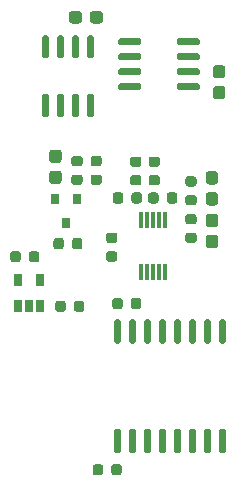
<source format=gbr>
%TF.GenerationSoftware,KiCad,Pcbnew,(5.1.10)-1*%
%TF.CreationDate,2021-07-01T21:18:45-05:00*%
%TF.ProjectId,orpMeter,6f72704d-6574-4657-922e-6b696361645f,A0*%
%TF.SameCoordinates,Original*%
%TF.FileFunction,Paste,Top*%
%TF.FilePolarity,Positive*%
%FSLAX46Y46*%
G04 Gerber Fmt 4.6, Leading zero omitted, Abs format (unit mm)*
G04 Created by KiCad (PCBNEW (5.1.10)-1) date 2021-07-01 21:18:45*
%MOMM*%
%LPD*%
G01*
G04 APERTURE LIST*
%ADD10R,0.300000X1.400000*%
%ADD11R,0.800000X0.900000*%
%ADD12R,0.650000X1.060000*%
G04 APERTURE END LIST*
%TO.C,C1*%
G36*
G01*
X147931850Y-118065000D02*
X147419350Y-118065000D01*
G75*
G02*
X147200600Y-117846250I0J218750D01*
G01*
X147200600Y-117408750D01*
G75*
G02*
X147419350Y-117190000I218750J0D01*
G01*
X147931850Y-117190000D01*
G75*
G02*
X148150600Y-117408750I0J-218750D01*
G01*
X148150600Y-117846250D01*
G75*
G02*
X147931850Y-118065000I-218750J0D01*
G01*
G37*
G36*
G01*
X147931850Y-116490000D02*
X147419350Y-116490000D01*
G75*
G02*
X147200600Y-116271250I0J218750D01*
G01*
X147200600Y-115833750D01*
G75*
G02*
X147419350Y-115615000I218750J0D01*
G01*
X147931850Y-115615000D01*
G75*
G02*
X148150600Y-115833750I0J-218750D01*
G01*
X148150600Y-116271250D01*
G75*
G02*
X147931850Y-116490000I-218750J0D01*
G01*
G37*
%TD*%
%TO.C,C3*%
G36*
G01*
X147419350Y-120390400D02*
X147931850Y-120390400D01*
G75*
G02*
X148150600Y-120609150I0J-218750D01*
G01*
X148150600Y-121046650D01*
G75*
G02*
X147931850Y-121265400I-218750J0D01*
G01*
X147419350Y-121265400D01*
G75*
G02*
X147200600Y-121046650I0J218750D01*
G01*
X147200600Y-120609150D01*
G75*
G02*
X147419350Y-120390400I218750J0D01*
G01*
G37*
G36*
G01*
X147419350Y-118815400D02*
X147931850Y-118815400D01*
G75*
G02*
X148150600Y-119034150I0J-218750D01*
G01*
X148150600Y-119471650D01*
G75*
G02*
X147931850Y-119690400I-218750J0D01*
G01*
X147419350Y-119690400D01*
G75*
G02*
X147200600Y-119471650I0J218750D01*
G01*
X147200600Y-119034150D01*
G75*
G02*
X147419350Y-118815400I218750J0D01*
G01*
G37*
%TD*%
%TO.C,C5*%
G36*
G01*
X144063000Y-117705850D02*
X144063000Y-117193350D01*
G75*
G02*
X144281750Y-116974600I218750J0D01*
G01*
X144719250Y-116974600D01*
G75*
G02*
X144938000Y-117193350I0J-218750D01*
G01*
X144938000Y-117705850D01*
G75*
G02*
X144719250Y-117924600I-218750J0D01*
G01*
X144281750Y-117924600D01*
G75*
G02*
X144063000Y-117705850I0J218750D01*
G01*
G37*
G36*
G01*
X145638000Y-117705850D02*
X145638000Y-117193350D01*
G75*
G02*
X145856750Y-116974600I218750J0D01*
G01*
X146294250Y-116974600D01*
G75*
G02*
X146513000Y-117193350I0J-218750D01*
G01*
X146513000Y-117705850D01*
G75*
G02*
X146294250Y-117924600I-218750J0D01*
G01*
X145856750Y-117924600D01*
G75*
G02*
X145638000Y-117705850I0J218750D01*
G01*
G37*
%TD*%
%TO.C,C6*%
G36*
G01*
X141940800Y-117193350D02*
X141940800Y-117705850D01*
G75*
G02*
X141722050Y-117924600I-218750J0D01*
G01*
X141284550Y-117924600D01*
G75*
G02*
X141065800Y-117705850I0J218750D01*
G01*
X141065800Y-117193350D01*
G75*
G02*
X141284550Y-116974600I218750J0D01*
G01*
X141722050Y-116974600D01*
G75*
G02*
X141940800Y-117193350I0J-218750D01*
G01*
G37*
G36*
G01*
X143515800Y-117193350D02*
X143515800Y-117705850D01*
G75*
G02*
X143297050Y-117924600I-218750J0D01*
G01*
X142859550Y-117924600D01*
G75*
G02*
X142640800Y-117705850I0J218750D01*
G01*
X142640800Y-117193350D01*
G75*
G02*
X142859550Y-116974600I218750J0D01*
G01*
X143297050Y-116974600D01*
G75*
G02*
X143515800Y-117193350I0J-218750D01*
G01*
G37*
%TD*%
%TO.C,C7*%
G36*
G01*
X149788199Y-106195200D02*
X150338201Y-106195200D01*
G75*
G02*
X150588200Y-106445199I0J-249999D01*
G01*
X150588200Y-107070201D01*
G75*
G02*
X150338201Y-107320200I-249999J0D01*
G01*
X149788199Y-107320200D01*
G75*
G02*
X149538200Y-107070201I0J249999D01*
G01*
X149538200Y-106445199D01*
G75*
G02*
X149788199Y-106195200I249999J0D01*
G01*
G37*
G36*
G01*
X149788199Y-107970200D02*
X150338201Y-107970200D01*
G75*
G02*
X150588200Y-108220199I0J-249999D01*
G01*
X150588200Y-108845201D01*
G75*
G02*
X150338201Y-109095200I-249999J0D01*
G01*
X149788199Y-109095200D01*
G75*
G02*
X149538200Y-108845201I0J249999D01*
G01*
X149538200Y-108220199D01*
G75*
G02*
X149788199Y-107970200I249999J0D01*
G01*
G37*
%TD*%
%TO.C,C8*%
G36*
G01*
X139110600Y-102433801D02*
X139110600Y-101883799D01*
G75*
G02*
X139360599Y-101633800I249999J0D01*
G01*
X139985601Y-101633800D01*
G75*
G02*
X140235600Y-101883799I0J-249999D01*
G01*
X140235600Y-102433801D01*
G75*
G02*
X139985601Y-102683800I-249999J0D01*
G01*
X139360599Y-102683800D01*
G75*
G02*
X139110600Y-102433801I0J249999D01*
G01*
G37*
G36*
G01*
X137335600Y-102433801D02*
X137335600Y-101883799D01*
G75*
G02*
X137585599Y-101633800I249999J0D01*
G01*
X138210601Y-101633800D01*
G75*
G02*
X138460600Y-101883799I0J-249999D01*
G01*
X138460600Y-102433801D01*
G75*
G02*
X138210601Y-102683800I-249999J0D01*
G01*
X137585599Y-102683800D01*
G75*
G02*
X137335600Y-102433801I0J249999D01*
G01*
G37*
%TD*%
%TO.C,C9*%
G36*
G01*
X141015000Y-126646650D02*
X141015000Y-126134150D01*
G75*
G02*
X141233750Y-125915400I218750J0D01*
G01*
X141671250Y-125915400D01*
G75*
G02*
X141890000Y-126134150I0J-218750D01*
G01*
X141890000Y-126646650D01*
G75*
G02*
X141671250Y-126865400I-218750J0D01*
G01*
X141233750Y-126865400D01*
G75*
G02*
X141015000Y-126646650I0J218750D01*
G01*
G37*
G36*
G01*
X142590000Y-126646650D02*
X142590000Y-126134150D01*
G75*
G02*
X142808750Y-125915400I218750J0D01*
G01*
X143246250Y-125915400D01*
G75*
G02*
X143465000Y-126134150I0J-218750D01*
G01*
X143465000Y-126646650D01*
G75*
G02*
X143246250Y-126865400I-218750J0D01*
G01*
X142808750Y-126865400D01*
G75*
G02*
X142590000Y-126646650I0J218750D01*
G01*
G37*
%TD*%
%TO.C,C10*%
G36*
G01*
X141814000Y-140205750D02*
X141814000Y-140718250D01*
G75*
G02*
X141595250Y-140937000I-218750J0D01*
G01*
X141157750Y-140937000D01*
G75*
G02*
X140939000Y-140718250I0J218750D01*
G01*
X140939000Y-140205750D01*
G75*
G02*
X141157750Y-139987000I218750J0D01*
G01*
X141595250Y-139987000D01*
G75*
G02*
X141814000Y-140205750I0J-218750D01*
G01*
G37*
G36*
G01*
X140239000Y-140205750D02*
X140239000Y-140718250D01*
G75*
G02*
X140020250Y-140937000I-218750J0D01*
G01*
X139582750Y-140937000D01*
G75*
G02*
X139364000Y-140718250I0J218750D01*
G01*
X139364000Y-140205750D01*
G75*
G02*
X139582750Y-139987000I218750J0D01*
G01*
X140020250Y-139987000D01*
G75*
G02*
X140239000Y-140205750I0J-218750D01*
G01*
G37*
%TD*%
%TO.C,C11*%
G36*
G01*
X136469801Y-116258000D02*
X135919799Y-116258000D01*
G75*
G02*
X135669800Y-116008001I0J249999D01*
G01*
X135669800Y-115382999D01*
G75*
G02*
X135919799Y-115133000I249999J0D01*
G01*
X136469801Y-115133000D01*
G75*
G02*
X136719800Y-115382999I0J-249999D01*
G01*
X136719800Y-116008001D01*
G75*
G02*
X136469801Y-116258000I-249999J0D01*
G01*
G37*
G36*
G01*
X136469801Y-114483000D02*
X135919799Y-114483000D01*
G75*
G02*
X135669800Y-114233001I0J249999D01*
G01*
X135669800Y-113607999D01*
G75*
G02*
X135919799Y-113358000I249999J0D01*
G01*
X136469801Y-113358000D01*
G75*
G02*
X136719800Y-113607999I0J-249999D01*
G01*
X136719800Y-114233001D01*
G75*
G02*
X136469801Y-114483000I-249999J0D01*
G01*
G37*
%TD*%
%TO.C,R1*%
G36*
G01*
X140713750Y-120390200D02*
X141226250Y-120390200D01*
G75*
G02*
X141445000Y-120608950I0J-218750D01*
G01*
X141445000Y-121046450D01*
G75*
G02*
X141226250Y-121265200I-218750J0D01*
G01*
X140713750Y-121265200D01*
G75*
G02*
X140495000Y-121046450I0J218750D01*
G01*
X140495000Y-120608950D01*
G75*
G02*
X140713750Y-120390200I218750J0D01*
G01*
G37*
G36*
G01*
X140713750Y-121965200D02*
X141226250Y-121965200D01*
G75*
G02*
X141445000Y-122183950I0J-218750D01*
G01*
X141445000Y-122621450D01*
G75*
G02*
X141226250Y-122840200I-218750J0D01*
G01*
X140713750Y-122840200D01*
G75*
G02*
X140495000Y-122621450I0J218750D01*
G01*
X140495000Y-122183950D01*
G75*
G02*
X140713750Y-121965200I218750J0D01*
G01*
G37*
%TD*%
%TO.C,R2*%
G36*
G01*
X144833050Y-114813600D02*
X144320550Y-114813600D01*
G75*
G02*
X144101800Y-114594850I0J218750D01*
G01*
X144101800Y-114157350D01*
G75*
G02*
X144320550Y-113938600I218750J0D01*
G01*
X144833050Y-113938600D01*
G75*
G02*
X145051800Y-114157350I0J-218750D01*
G01*
X145051800Y-114594850D01*
G75*
G02*
X144833050Y-114813600I-218750J0D01*
G01*
G37*
G36*
G01*
X144833050Y-116388600D02*
X144320550Y-116388600D01*
G75*
G02*
X144101800Y-116169850I0J218750D01*
G01*
X144101800Y-115732350D01*
G75*
G02*
X144320550Y-115513600I218750J0D01*
G01*
X144833050Y-115513600D01*
G75*
G02*
X145051800Y-115732350I0J-218750D01*
G01*
X145051800Y-116169850D01*
G75*
G02*
X144833050Y-116388600I-218750J0D01*
G01*
G37*
%TD*%
%TO.C,R3*%
G36*
G01*
X143258250Y-116388600D02*
X142745750Y-116388600D01*
G75*
G02*
X142527000Y-116169850I0J218750D01*
G01*
X142527000Y-115732350D01*
G75*
G02*
X142745750Y-115513600I218750J0D01*
G01*
X143258250Y-115513600D01*
G75*
G02*
X143477000Y-115732350I0J-218750D01*
G01*
X143477000Y-116169850D01*
G75*
G02*
X143258250Y-116388600I-218750J0D01*
G01*
G37*
G36*
G01*
X143258250Y-114813600D02*
X142745750Y-114813600D01*
G75*
G02*
X142527000Y-114594850I0J218750D01*
G01*
X142527000Y-114157350D01*
G75*
G02*
X142745750Y-113938600I218750J0D01*
G01*
X143258250Y-113938600D01*
G75*
G02*
X143477000Y-114157350I0J-218750D01*
G01*
X143477000Y-114594850D01*
G75*
G02*
X143258250Y-114813600I-218750J0D01*
G01*
G37*
%TD*%
%TO.C,R4*%
G36*
G01*
X136036600Y-121566650D02*
X136036600Y-121054150D01*
G75*
G02*
X136255350Y-120835400I218750J0D01*
G01*
X136692850Y-120835400D01*
G75*
G02*
X136911600Y-121054150I0J-218750D01*
G01*
X136911600Y-121566650D01*
G75*
G02*
X136692850Y-121785400I-218750J0D01*
G01*
X136255350Y-121785400D01*
G75*
G02*
X136036600Y-121566650I0J218750D01*
G01*
G37*
G36*
G01*
X137611600Y-121566650D02*
X137611600Y-121054150D01*
G75*
G02*
X137830350Y-120835400I218750J0D01*
G01*
X138267850Y-120835400D01*
G75*
G02*
X138486600Y-121054150I0J-218750D01*
G01*
X138486600Y-121566650D01*
G75*
G02*
X138267850Y-121785400I-218750J0D01*
G01*
X137830350Y-121785400D01*
G75*
G02*
X137611600Y-121566650I0J218750D01*
G01*
G37*
%TD*%
%TO.C,R5*%
G36*
G01*
X138279850Y-116337800D02*
X137767350Y-116337800D01*
G75*
G02*
X137548600Y-116119050I0J218750D01*
G01*
X137548600Y-115681550D01*
G75*
G02*
X137767350Y-115462800I218750J0D01*
G01*
X138279850Y-115462800D01*
G75*
G02*
X138498600Y-115681550I0J-218750D01*
G01*
X138498600Y-116119050D01*
G75*
G02*
X138279850Y-116337800I-218750J0D01*
G01*
G37*
G36*
G01*
X138279850Y-114762800D02*
X137767350Y-114762800D01*
G75*
G02*
X137548600Y-114544050I0J218750D01*
G01*
X137548600Y-114106550D01*
G75*
G02*
X137767350Y-113887800I218750J0D01*
G01*
X138279850Y-113887800D01*
G75*
G02*
X138498600Y-114106550I0J-218750D01*
G01*
X138498600Y-114544050D01*
G75*
G02*
X138279850Y-114762800I-218750J0D01*
G01*
G37*
%TD*%
%TO.C,R6*%
G36*
G01*
X139392950Y-115462800D02*
X139905450Y-115462800D01*
G75*
G02*
X140124200Y-115681550I0J-218750D01*
G01*
X140124200Y-116119050D01*
G75*
G02*
X139905450Y-116337800I-218750J0D01*
G01*
X139392950Y-116337800D01*
G75*
G02*
X139174200Y-116119050I0J218750D01*
G01*
X139174200Y-115681550D01*
G75*
G02*
X139392950Y-115462800I218750J0D01*
G01*
G37*
G36*
G01*
X139392950Y-113887800D02*
X139905450Y-113887800D01*
G75*
G02*
X140124200Y-114106550I0J-218750D01*
G01*
X140124200Y-114544050D01*
G75*
G02*
X139905450Y-114762800I-218750J0D01*
G01*
X139392950Y-114762800D01*
G75*
G02*
X139174200Y-114544050I0J218750D01*
G01*
X139174200Y-114106550D01*
G75*
G02*
X139392950Y-113887800I218750J0D01*
G01*
G37*
%TD*%
D10*
%TO.C,U1*%
X145475200Y-119313600D03*
X144975200Y-119313600D03*
X144475200Y-119313600D03*
X143975200Y-119313600D03*
X143475200Y-119313600D03*
X143475200Y-123713600D03*
X143975200Y-123713600D03*
X144475200Y-123713600D03*
X144975200Y-123713600D03*
X145475200Y-123713600D03*
%TD*%
%TO.C,U2*%
G36*
G01*
X146483200Y-104366200D02*
X146483200Y-104066200D01*
G75*
G02*
X146633200Y-103916200I150000J0D01*
G01*
X148283200Y-103916200D01*
G75*
G02*
X148433200Y-104066200I0J-150000D01*
G01*
X148433200Y-104366200D01*
G75*
G02*
X148283200Y-104516200I-150000J0D01*
G01*
X146633200Y-104516200D01*
G75*
G02*
X146483200Y-104366200I0J150000D01*
G01*
G37*
G36*
G01*
X146483200Y-105636200D02*
X146483200Y-105336200D01*
G75*
G02*
X146633200Y-105186200I150000J0D01*
G01*
X148283200Y-105186200D01*
G75*
G02*
X148433200Y-105336200I0J-150000D01*
G01*
X148433200Y-105636200D01*
G75*
G02*
X148283200Y-105786200I-150000J0D01*
G01*
X146633200Y-105786200D01*
G75*
G02*
X146483200Y-105636200I0J150000D01*
G01*
G37*
G36*
G01*
X146483200Y-106906200D02*
X146483200Y-106606200D01*
G75*
G02*
X146633200Y-106456200I150000J0D01*
G01*
X148283200Y-106456200D01*
G75*
G02*
X148433200Y-106606200I0J-150000D01*
G01*
X148433200Y-106906200D01*
G75*
G02*
X148283200Y-107056200I-150000J0D01*
G01*
X146633200Y-107056200D01*
G75*
G02*
X146483200Y-106906200I0J150000D01*
G01*
G37*
G36*
G01*
X146483200Y-108176200D02*
X146483200Y-107876200D01*
G75*
G02*
X146633200Y-107726200I150000J0D01*
G01*
X148283200Y-107726200D01*
G75*
G02*
X148433200Y-107876200I0J-150000D01*
G01*
X148433200Y-108176200D01*
G75*
G02*
X148283200Y-108326200I-150000J0D01*
G01*
X146633200Y-108326200D01*
G75*
G02*
X146483200Y-108176200I0J150000D01*
G01*
G37*
G36*
G01*
X141533200Y-108176200D02*
X141533200Y-107876200D01*
G75*
G02*
X141683200Y-107726200I150000J0D01*
G01*
X143333200Y-107726200D01*
G75*
G02*
X143483200Y-107876200I0J-150000D01*
G01*
X143483200Y-108176200D01*
G75*
G02*
X143333200Y-108326200I-150000J0D01*
G01*
X141683200Y-108326200D01*
G75*
G02*
X141533200Y-108176200I0J150000D01*
G01*
G37*
G36*
G01*
X141533200Y-106906200D02*
X141533200Y-106606200D01*
G75*
G02*
X141683200Y-106456200I150000J0D01*
G01*
X143333200Y-106456200D01*
G75*
G02*
X143483200Y-106606200I0J-150000D01*
G01*
X143483200Y-106906200D01*
G75*
G02*
X143333200Y-107056200I-150000J0D01*
G01*
X141683200Y-107056200D01*
G75*
G02*
X141533200Y-106906200I0J150000D01*
G01*
G37*
G36*
G01*
X141533200Y-105636200D02*
X141533200Y-105336200D01*
G75*
G02*
X141683200Y-105186200I150000J0D01*
G01*
X143333200Y-105186200D01*
G75*
G02*
X143483200Y-105336200I0J-150000D01*
G01*
X143483200Y-105636200D01*
G75*
G02*
X143333200Y-105786200I-150000J0D01*
G01*
X141683200Y-105786200D01*
G75*
G02*
X141533200Y-105636200I0J150000D01*
G01*
G37*
G36*
G01*
X141533200Y-104366200D02*
X141533200Y-104066200D01*
G75*
G02*
X141683200Y-103916200I150000J0D01*
G01*
X143333200Y-103916200D01*
G75*
G02*
X143483200Y-104066200I0J-150000D01*
G01*
X143483200Y-104366200D01*
G75*
G02*
X143333200Y-104516200I-150000J0D01*
G01*
X141683200Y-104516200D01*
G75*
G02*
X141533200Y-104366200I0J150000D01*
G01*
G37*
%TD*%
%TO.C,U3*%
G36*
G01*
X135506600Y-110587200D02*
X135206600Y-110587200D01*
G75*
G02*
X135056600Y-110437200I0J150000D01*
G01*
X135056600Y-108787200D01*
G75*
G02*
X135206600Y-108637200I150000J0D01*
G01*
X135506600Y-108637200D01*
G75*
G02*
X135656600Y-108787200I0J-150000D01*
G01*
X135656600Y-110437200D01*
G75*
G02*
X135506600Y-110587200I-150000J0D01*
G01*
G37*
G36*
G01*
X136776600Y-110587200D02*
X136476600Y-110587200D01*
G75*
G02*
X136326600Y-110437200I0J150000D01*
G01*
X136326600Y-108787200D01*
G75*
G02*
X136476600Y-108637200I150000J0D01*
G01*
X136776600Y-108637200D01*
G75*
G02*
X136926600Y-108787200I0J-150000D01*
G01*
X136926600Y-110437200D01*
G75*
G02*
X136776600Y-110587200I-150000J0D01*
G01*
G37*
G36*
G01*
X138046600Y-110587200D02*
X137746600Y-110587200D01*
G75*
G02*
X137596600Y-110437200I0J150000D01*
G01*
X137596600Y-108787200D01*
G75*
G02*
X137746600Y-108637200I150000J0D01*
G01*
X138046600Y-108637200D01*
G75*
G02*
X138196600Y-108787200I0J-150000D01*
G01*
X138196600Y-110437200D01*
G75*
G02*
X138046600Y-110587200I-150000J0D01*
G01*
G37*
G36*
G01*
X139316600Y-110587200D02*
X139016600Y-110587200D01*
G75*
G02*
X138866600Y-110437200I0J150000D01*
G01*
X138866600Y-108787200D01*
G75*
G02*
X139016600Y-108637200I150000J0D01*
G01*
X139316600Y-108637200D01*
G75*
G02*
X139466600Y-108787200I0J-150000D01*
G01*
X139466600Y-110437200D01*
G75*
G02*
X139316600Y-110587200I-150000J0D01*
G01*
G37*
G36*
G01*
X139316600Y-105637200D02*
X139016600Y-105637200D01*
G75*
G02*
X138866600Y-105487200I0J150000D01*
G01*
X138866600Y-103837200D01*
G75*
G02*
X139016600Y-103687200I150000J0D01*
G01*
X139316600Y-103687200D01*
G75*
G02*
X139466600Y-103837200I0J-150000D01*
G01*
X139466600Y-105487200D01*
G75*
G02*
X139316600Y-105637200I-150000J0D01*
G01*
G37*
G36*
G01*
X138046600Y-105637200D02*
X137746600Y-105637200D01*
G75*
G02*
X137596600Y-105487200I0J150000D01*
G01*
X137596600Y-103837200D01*
G75*
G02*
X137746600Y-103687200I150000J0D01*
G01*
X138046600Y-103687200D01*
G75*
G02*
X138196600Y-103837200I0J-150000D01*
G01*
X138196600Y-105487200D01*
G75*
G02*
X138046600Y-105637200I-150000J0D01*
G01*
G37*
G36*
G01*
X136776600Y-105637200D02*
X136476600Y-105637200D01*
G75*
G02*
X136326600Y-105487200I0J150000D01*
G01*
X136326600Y-103837200D01*
G75*
G02*
X136476600Y-103687200I150000J0D01*
G01*
X136776600Y-103687200D01*
G75*
G02*
X136926600Y-103837200I0J-150000D01*
G01*
X136926600Y-105487200D01*
G75*
G02*
X136776600Y-105637200I-150000J0D01*
G01*
G37*
G36*
G01*
X135506600Y-105637200D02*
X135206600Y-105637200D01*
G75*
G02*
X135056600Y-105487200I0J150000D01*
G01*
X135056600Y-103837200D01*
G75*
G02*
X135206600Y-103687200I150000J0D01*
G01*
X135506600Y-103687200D01*
G75*
G02*
X135656600Y-103837200I0J-150000D01*
G01*
X135656600Y-105487200D01*
G75*
G02*
X135506600Y-105637200I-150000J0D01*
G01*
G37*
%TD*%
%TO.C,U4*%
G36*
G01*
X141602600Y-139075800D02*
X141302600Y-139075800D01*
G75*
G02*
X141152600Y-138925800I0J150000D01*
G01*
X141152600Y-137175800D01*
G75*
G02*
X141302600Y-137025800I150000J0D01*
G01*
X141602600Y-137025800D01*
G75*
G02*
X141752600Y-137175800I0J-150000D01*
G01*
X141752600Y-138925800D01*
G75*
G02*
X141602600Y-139075800I-150000J0D01*
G01*
G37*
G36*
G01*
X142872600Y-139075800D02*
X142572600Y-139075800D01*
G75*
G02*
X142422600Y-138925800I0J150000D01*
G01*
X142422600Y-137175800D01*
G75*
G02*
X142572600Y-137025800I150000J0D01*
G01*
X142872600Y-137025800D01*
G75*
G02*
X143022600Y-137175800I0J-150000D01*
G01*
X143022600Y-138925800D01*
G75*
G02*
X142872600Y-139075800I-150000J0D01*
G01*
G37*
G36*
G01*
X144142600Y-139075800D02*
X143842600Y-139075800D01*
G75*
G02*
X143692600Y-138925800I0J150000D01*
G01*
X143692600Y-137175800D01*
G75*
G02*
X143842600Y-137025800I150000J0D01*
G01*
X144142600Y-137025800D01*
G75*
G02*
X144292600Y-137175800I0J-150000D01*
G01*
X144292600Y-138925800D01*
G75*
G02*
X144142600Y-139075800I-150000J0D01*
G01*
G37*
G36*
G01*
X145412600Y-139075800D02*
X145112600Y-139075800D01*
G75*
G02*
X144962600Y-138925800I0J150000D01*
G01*
X144962600Y-137175800D01*
G75*
G02*
X145112600Y-137025800I150000J0D01*
G01*
X145412600Y-137025800D01*
G75*
G02*
X145562600Y-137175800I0J-150000D01*
G01*
X145562600Y-138925800D01*
G75*
G02*
X145412600Y-139075800I-150000J0D01*
G01*
G37*
G36*
G01*
X146682600Y-139075800D02*
X146382600Y-139075800D01*
G75*
G02*
X146232600Y-138925800I0J150000D01*
G01*
X146232600Y-137175800D01*
G75*
G02*
X146382600Y-137025800I150000J0D01*
G01*
X146682600Y-137025800D01*
G75*
G02*
X146832600Y-137175800I0J-150000D01*
G01*
X146832600Y-138925800D01*
G75*
G02*
X146682600Y-139075800I-150000J0D01*
G01*
G37*
G36*
G01*
X147952600Y-139075800D02*
X147652600Y-139075800D01*
G75*
G02*
X147502600Y-138925800I0J150000D01*
G01*
X147502600Y-137175800D01*
G75*
G02*
X147652600Y-137025800I150000J0D01*
G01*
X147952600Y-137025800D01*
G75*
G02*
X148102600Y-137175800I0J-150000D01*
G01*
X148102600Y-138925800D01*
G75*
G02*
X147952600Y-139075800I-150000J0D01*
G01*
G37*
G36*
G01*
X149222600Y-139075800D02*
X148922600Y-139075800D01*
G75*
G02*
X148772600Y-138925800I0J150000D01*
G01*
X148772600Y-137175800D01*
G75*
G02*
X148922600Y-137025800I150000J0D01*
G01*
X149222600Y-137025800D01*
G75*
G02*
X149372600Y-137175800I0J-150000D01*
G01*
X149372600Y-138925800D01*
G75*
G02*
X149222600Y-139075800I-150000J0D01*
G01*
G37*
G36*
G01*
X150492600Y-139075800D02*
X150192600Y-139075800D01*
G75*
G02*
X150042600Y-138925800I0J150000D01*
G01*
X150042600Y-137175800D01*
G75*
G02*
X150192600Y-137025800I150000J0D01*
G01*
X150492600Y-137025800D01*
G75*
G02*
X150642600Y-137175800I0J-150000D01*
G01*
X150642600Y-138925800D01*
G75*
G02*
X150492600Y-139075800I-150000J0D01*
G01*
G37*
G36*
G01*
X150492600Y-129775800D02*
X150192600Y-129775800D01*
G75*
G02*
X150042600Y-129625800I0J150000D01*
G01*
X150042600Y-127875800D01*
G75*
G02*
X150192600Y-127725800I150000J0D01*
G01*
X150492600Y-127725800D01*
G75*
G02*
X150642600Y-127875800I0J-150000D01*
G01*
X150642600Y-129625800D01*
G75*
G02*
X150492600Y-129775800I-150000J0D01*
G01*
G37*
G36*
G01*
X149222600Y-129775800D02*
X148922600Y-129775800D01*
G75*
G02*
X148772600Y-129625800I0J150000D01*
G01*
X148772600Y-127875800D01*
G75*
G02*
X148922600Y-127725800I150000J0D01*
G01*
X149222600Y-127725800D01*
G75*
G02*
X149372600Y-127875800I0J-150000D01*
G01*
X149372600Y-129625800D01*
G75*
G02*
X149222600Y-129775800I-150000J0D01*
G01*
G37*
G36*
G01*
X147952600Y-129775800D02*
X147652600Y-129775800D01*
G75*
G02*
X147502600Y-129625800I0J150000D01*
G01*
X147502600Y-127875800D01*
G75*
G02*
X147652600Y-127725800I150000J0D01*
G01*
X147952600Y-127725800D01*
G75*
G02*
X148102600Y-127875800I0J-150000D01*
G01*
X148102600Y-129625800D01*
G75*
G02*
X147952600Y-129775800I-150000J0D01*
G01*
G37*
G36*
G01*
X146682600Y-129775800D02*
X146382600Y-129775800D01*
G75*
G02*
X146232600Y-129625800I0J150000D01*
G01*
X146232600Y-127875800D01*
G75*
G02*
X146382600Y-127725800I150000J0D01*
G01*
X146682600Y-127725800D01*
G75*
G02*
X146832600Y-127875800I0J-150000D01*
G01*
X146832600Y-129625800D01*
G75*
G02*
X146682600Y-129775800I-150000J0D01*
G01*
G37*
G36*
G01*
X145412600Y-129775800D02*
X145112600Y-129775800D01*
G75*
G02*
X144962600Y-129625800I0J150000D01*
G01*
X144962600Y-127875800D01*
G75*
G02*
X145112600Y-127725800I150000J0D01*
G01*
X145412600Y-127725800D01*
G75*
G02*
X145562600Y-127875800I0J-150000D01*
G01*
X145562600Y-129625800D01*
G75*
G02*
X145412600Y-129775800I-150000J0D01*
G01*
G37*
G36*
G01*
X144142600Y-129775800D02*
X143842600Y-129775800D01*
G75*
G02*
X143692600Y-129625800I0J150000D01*
G01*
X143692600Y-127875800D01*
G75*
G02*
X143842600Y-127725800I150000J0D01*
G01*
X144142600Y-127725800D01*
G75*
G02*
X144292600Y-127875800I0J-150000D01*
G01*
X144292600Y-129625800D01*
G75*
G02*
X144142600Y-129775800I-150000J0D01*
G01*
G37*
G36*
G01*
X142872600Y-129775800D02*
X142572600Y-129775800D01*
G75*
G02*
X142422600Y-129625800I0J150000D01*
G01*
X142422600Y-127875800D01*
G75*
G02*
X142572600Y-127725800I150000J0D01*
G01*
X142872600Y-127725800D01*
G75*
G02*
X143022600Y-127875800I0J-150000D01*
G01*
X143022600Y-129625800D01*
G75*
G02*
X142872600Y-129775800I-150000J0D01*
G01*
G37*
G36*
G01*
X141602600Y-129775800D02*
X141302600Y-129775800D01*
G75*
G02*
X141152600Y-129625800I0J150000D01*
G01*
X141152600Y-127875800D01*
G75*
G02*
X141302600Y-127725800I150000J0D01*
G01*
X141602600Y-127725800D01*
G75*
G02*
X141752600Y-127875800I0J-150000D01*
G01*
X141752600Y-129625800D01*
G75*
G02*
X141602600Y-129775800I-150000J0D01*
G01*
G37*
%TD*%
D11*
%TO.C,U5*%
X138059200Y-117567200D03*
X136159200Y-117567200D03*
X137109200Y-119567200D03*
%TD*%
%TO.C,C12*%
G36*
G01*
X133954000Y-122684250D02*
X133954000Y-122171750D01*
G75*
G02*
X134172750Y-121953000I218750J0D01*
G01*
X134610250Y-121953000D01*
G75*
G02*
X134829000Y-122171750I0J-218750D01*
G01*
X134829000Y-122684250D01*
G75*
G02*
X134610250Y-122903000I-218750J0D01*
G01*
X134172750Y-122903000D01*
G75*
G02*
X133954000Y-122684250I0J218750D01*
G01*
G37*
G36*
G01*
X132379000Y-122684250D02*
X132379000Y-122171750D01*
G75*
G02*
X132597750Y-121953000I218750J0D01*
G01*
X133035250Y-121953000D01*
G75*
G02*
X133254000Y-122171750I0J-218750D01*
G01*
X133254000Y-122684250D01*
G75*
G02*
X133035250Y-122903000I-218750J0D01*
G01*
X132597750Y-122903000D01*
G75*
G02*
X132379000Y-122684250I0J218750D01*
G01*
G37*
%TD*%
%TO.C,C13*%
G36*
G01*
X136189000Y-126875250D02*
X136189000Y-126362750D01*
G75*
G02*
X136407750Y-126144000I218750J0D01*
G01*
X136845250Y-126144000D01*
G75*
G02*
X137064000Y-126362750I0J-218750D01*
G01*
X137064000Y-126875250D01*
G75*
G02*
X136845250Y-127094000I-218750J0D01*
G01*
X136407750Y-127094000D01*
G75*
G02*
X136189000Y-126875250I0J218750D01*
G01*
G37*
G36*
G01*
X137764000Y-126875250D02*
X137764000Y-126362750D01*
G75*
G02*
X137982750Y-126144000I218750J0D01*
G01*
X138420250Y-126144000D01*
G75*
G02*
X138639000Y-126362750I0J-218750D01*
G01*
X138639000Y-126875250D01*
G75*
G02*
X138420250Y-127094000I-218750J0D01*
G01*
X137982750Y-127094000D01*
G75*
G02*
X137764000Y-126875250I0J218750D01*
G01*
G37*
%TD*%
D12*
%TO.C,U7*%
X133035000Y-126576000D03*
X133985000Y-126576000D03*
X134935000Y-126576000D03*
X134935000Y-124376000D03*
X133035000Y-124376000D03*
%TD*%
%TO.C,C2*%
G36*
G01*
X149728601Y-118086800D02*
X149178599Y-118086800D01*
G75*
G02*
X148928600Y-117836801I0J249999D01*
G01*
X148928600Y-117211799D01*
G75*
G02*
X149178599Y-116961800I249999J0D01*
G01*
X149728601Y-116961800D01*
G75*
G02*
X149978600Y-117211799I0J-249999D01*
G01*
X149978600Y-117836801D01*
G75*
G02*
X149728601Y-118086800I-249999J0D01*
G01*
G37*
G36*
G01*
X149728601Y-116311800D02*
X149178599Y-116311800D01*
G75*
G02*
X148928600Y-116061801I0J249999D01*
G01*
X148928600Y-115436799D01*
G75*
G02*
X149178599Y-115186800I249999J0D01*
G01*
X149728601Y-115186800D01*
G75*
G02*
X149978600Y-115436799I0J-249999D01*
G01*
X149978600Y-116061801D01*
G75*
G02*
X149728601Y-116311800I-249999J0D01*
G01*
G37*
%TD*%
%TO.C,C4*%
G36*
G01*
X149178599Y-120568600D02*
X149728601Y-120568600D01*
G75*
G02*
X149978600Y-120818599I0J-249999D01*
G01*
X149978600Y-121443601D01*
G75*
G02*
X149728601Y-121693600I-249999J0D01*
G01*
X149178599Y-121693600D01*
G75*
G02*
X148928600Y-121443601I0J249999D01*
G01*
X148928600Y-120818599D01*
G75*
G02*
X149178599Y-120568600I249999J0D01*
G01*
G37*
G36*
G01*
X149178599Y-118793600D02*
X149728601Y-118793600D01*
G75*
G02*
X149978600Y-119043599I0J-249999D01*
G01*
X149978600Y-119668601D01*
G75*
G02*
X149728601Y-119918600I-249999J0D01*
G01*
X149178599Y-119918600D01*
G75*
G02*
X148928600Y-119668601I0J249999D01*
G01*
X148928600Y-119043599D01*
G75*
G02*
X149178599Y-118793600I249999J0D01*
G01*
G37*
%TD*%
M02*

</source>
